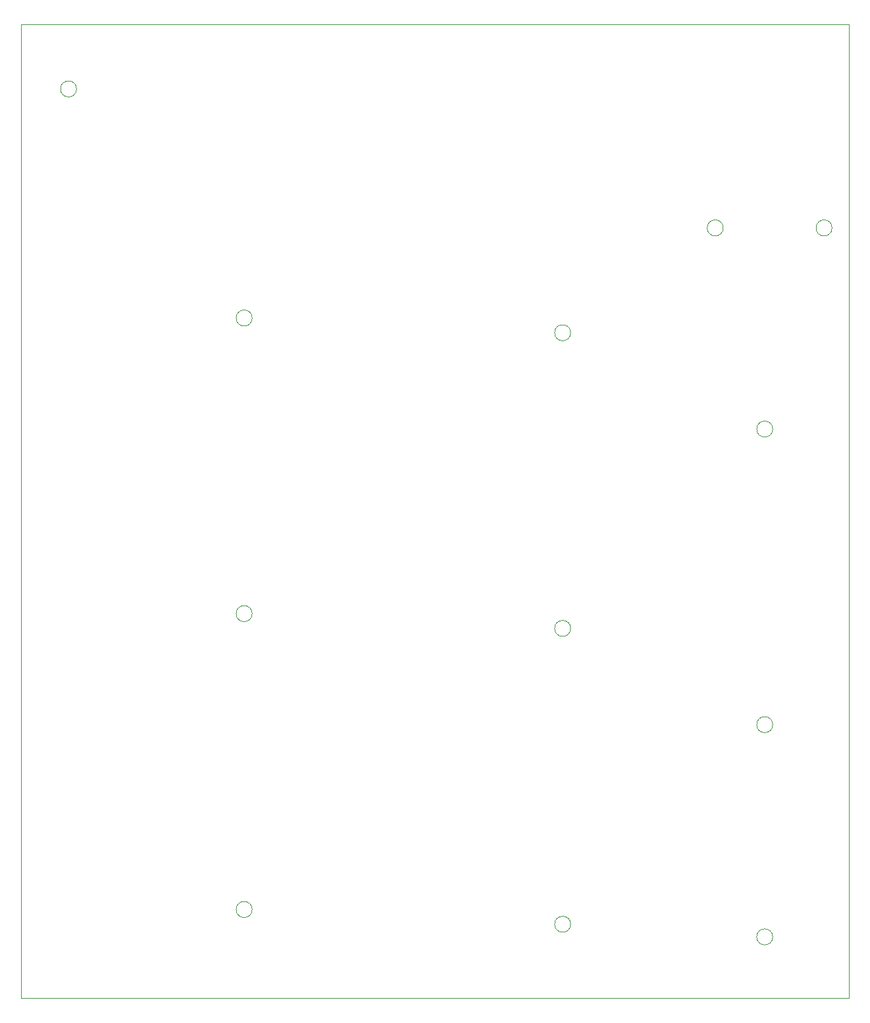
<source format=gbr>
%TF.GenerationSoftware,KiCad,Pcbnew,7.0.7*%
%TF.CreationDate,2024-03-05T00:21:34+09:00*%
%TF.ProjectId,RP2040_KBD,52503230-3430-45f4-9b42-442e6b696361,rev?*%
%TF.SameCoordinates,Original*%
%TF.FileFunction,Profile,NP*%
%FSLAX46Y46*%
G04 Gerber Fmt 4.6, Leading zero omitted, Abs format (unit mm)*
G04 Created by KiCad (PCBNEW 7.0.7) date 2024-03-05 00:21:34*
%MOMM*%
%LPD*%
G01*
G04 APERTURE LIST*
%TA.AperFunction,Profile*%
%ADD10C,0.100000*%
%TD*%
G04 APERTURE END LIST*
D10*
X45429563Y-35000000D02*
G75*
G03*
X45429563Y-35000000I-1029563J0D01*
G01*
X135000000Y-144200000D02*
G75*
G03*
X135000000Y-144200000I-1029563J0D01*
G01*
X68029563Y-102570437D02*
G75*
G03*
X68029563Y-102570437I-1029563J0D01*
G01*
X68029563Y-64500000D02*
G75*
G03*
X68029563Y-64500000I-1029563J0D01*
G01*
X109000000Y-66400000D02*
G75*
G03*
X109000000Y-66400000I-1029563J0D01*
G01*
X142629563Y-52900000D02*
G75*
G03*
X142629563Y-52900000I-1029563J0D01*
G01*
X109000000Y-142570437D02*
G75*
G03*
X109000000Y-142570437I-1029563J0D01*
G01*
X68029563Y-140670437D02*
G75*
G03*
X68029563Y-140670437I-1029563J0D01*
G01*
X135000000Y-78800000D02*
G75*
G03*
X135000000Y-78800000I-1029563J0D01*
G01*
X109000000Y-104470437D02*
G75*
G03*
X109000000Y-104470437I-1029563J0D01*
G01*
X38300000Y-26700000D02*
X144800000Y-26700000D01*
X144800000Y-152100000D01*
X38300000Y-152100000D01*
X38300000Y-26700000D01*
X128629563Y-52900000D02*
G75*
G03*
X128629563Y-52900000I-1029563J0D01*
G01*
X135000000Y-116870437D02*
G75*
G03*
X135000000Y-116870437I-1029563J0D01*
G01*
M02*

</source>
